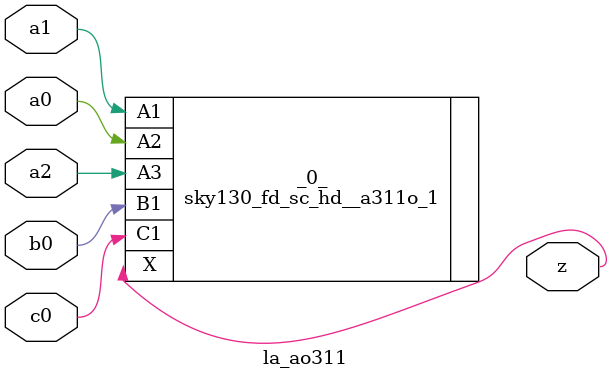
<source format=v>

/* Generated by Yosys 0.44 (git sha1 80ba43d26, g++ 11.4.0-1ubuntu1~22.04 -fPIC -O3) */

(* top =  1  *)
(* src = "generated" *)
module la_ao311 (
    a0,
    a1,
    a2,
    b0,
    c0,
    z
);
  (* src = "generated" *)
  input a0;
  wire a0;
  (* src = "generated" *)
  input a1;
  wire a1;
  (* src = "generated" *)
  input a2;
  wire a2;
  (* src = "generated" *)
  input b0;
  wire b0;
  (* src = "generated" *)
  input c0;
  wire c0;
  (* src = "generated" *)
  output z;
  wire z;
  sky130_fd_sc_hd__a311o_1 _0_ (
      .A1(a1),
      .A2(a0),
      .A3(a2),
      .B1(b0),
      .C1(c0),
      .X (z)
  );
endmodule

</source>
